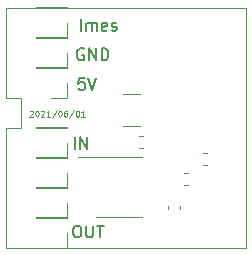
<source format=gbr>
%TF.GenerationSoftware,KiCad,Pcbnew,(5.1.9)-1*%
%TF.CreationDate,2021-06-01T15:36:46+02:00*%
%TF.ProjectId,18_Mesure_Courant,31385f4d-6573-4757-9265-5f436f757261,rev?*%
%TF.SameCoordinates,Original*%
%TF.FileFunction,Legend,Top*%
%TF.FilePolarity,Positive*%
%FSLAX46Y46*%
G04 Gerber Fmt 4.6, Leading zero omitted, Abs format (unit mm)*
G04 Created by KiCad (PCBNEW (5.1.9)-1) date 2021-06-01 15:36:46*
%MOMM*%
%LPD*%
G01*
G04 APERTURE LIST*
%ADD10C,0.150000*%
%TA.AperFunction,Profile*%
%ADD11C,0.050000*%
%TD*%
%ADD12C,0.125000*%
%ADD13C,0.120000*%
G04 APERTURE END LIST*
D10*
X106240000Y-80692380D02*
X106430476Y-80692380D01*
X106525714Y-80740000D01*
X106620952Y-80835238D01*
X106668571Y-81025714D01*
X106668571Y-81359047D01*
X106620952Y-81549523D01*
X106525714Y-81644761D01*
X106430476Y-81692380D01*
X106240000Y-81692380D01*
X106144761Y-81644761D01*
X106049523Y-81549523D01*
X106001904Y-81359047D01*
X106001904Y-81025714D01*
X106049523Y-80835238D01*
X106144761Y-80740000D01*
X106240000Y-80692380D01*
X107097142Y-80692380D02*
X107097142Y-81501904D01*
X107144761Y-81597142D01*
X107192380Y-81644761D01*
X107287619Y-81692380D01*
X107478095Y-81692380D01*
X107573333Y-81644761D01*
X107620952Y-81597142D01*
X107668571Y-81501904D01*
X107668571Y-80692380D01*
X108001904Y-80692380D02*
X108573333Y-80692380D01*
X108287619Y-81692380D02*
X108287619Y-80692380D01*
X106116190Y-74192380D02*
X106116190Y-73192380D01*
X106592380Y-74192380D02*
X106592380Y-73192380D01*
X107163809Y-74192380D01*
X107163809Y-73192380D01*
D11*
X101600000Y-69850000D02*
X100330000Y-69850000D01*
X101600000Y-72390000D02*
X101600000Y-69850000D01*
X100330000Y-72390000D02*
X101600000Y-72390000D01*
D10*
X106640000Y-64192380D02*
X106640000Y-63192380D01*
X107116190Y-64192380D02*
X107116190Y-63525714D01*
X107116190Y-63620952D02*
X107163809Y-63573333D01*
X107259047Y-63525714D01*
X107401904Y-63525714D01*
X107497142Y-63573333D01*
X107544761Y-63668571D01*
X107544761Y-64192380D01*
X107544761Y-63668571D02*
X107592380Y-63573333D01*
X107687619Y-63525714D01*
X107830476Y-63525714D01*
X107925714Y-63573333D01*
X107973333Y-63668571D01*
X107973333Y-64192380D01*
X108830476Y-64144761D02*
X108735238Y-64192380D01*
X108544761Y-64192380D01*
X108449523Y-64144761D01*
X108401904Y-64049523D01*
X108401904Y-63668571D01*
X108449523Y-63573333D01*
X108544761Y-63525714D01*
X108735238Y-63525714D01*
X108830476Y-63573333D01*
X108878095Y-63668571D01*
X108878095Y-63763809D01*
X108401904Y-63859047D01*
X109259047Y-64144761D02*
X109354285Y-64192380D01*
X109544761Y-64192380D01*
X109640000Y-64144761D01*
X109687619Y-64049523D01*
X109687619Y-64001904D01*
X109640000Y-63906666D01*
X109544761Y-63859047D01*
X109401904Y-63859047D01*
X109306666Y-63811428D01*
X109259047Y-63716190D01*
X109259047Y-63668571D01*
X109306666Y-63573333D01*
X109401904Y-63525714D01*
X109544761Y-63525714D01*
X109640000Y-63573333D01*
X106949523Y-68192380D02*
X106473333Y-68192380D01*
X106425714Y-68668571D01*
X106473333Y-68620952D01*
X106568571Y-68573333D01*
X106806666Y-68573333D01*
X106901904Y-68620952D01*
X106949523Y-68668571D01*
X106997142Y-68763809D01*
X106997142Y-69001904D01*
X106949523Y-69097142D01*
X106901904Y-69144761D01*
X106806666Y-69192380D01*
X106568571Y-69192380D01*
X106473333Y-69144761D01*
X106425714Y-69097142D01*
X107282857Y-68192380D02*
X107616190Y-69192380D01*
X107949523Y-68192380D01*
D11*
X100330000Y-82550000D02*
X120650000Y-82550000D01*
X100330000Y-62230000D02*
X101600000Y-62230000D01*
X100330000Y-64770000D02*
X100330000Y-62230000D01*
X100330000Y-69850000D02*
X100330000Y-67310000D01*
D10*
X106878095Y-65740000D02*
X106782857Y-65692380D01*
X106640000Y-65692380D01*
X106497142Y-65740000D01*
X106401904Y-65835238D01*
X106354285Y-65930476D01*
X106306666Y-66120952D01*
X106306666Y-66263809D01*
X106354285Y-66454285D01*
X106401904Y-66549523D01*
X106497142Y-66644761D01*
X106640000Y-66692380D01*
X106735238Y-66692380D01*
X106878095Y-66644761D01*
X106925714Y-66597142D01*
X106925714Y-66263809D01*
X106735238Y-66263809D01*
X107354285Y-66692380D02*
X107354285Y-65692380D01*
X107925714Y-66692380D01*
X107925714Y-65692380D01*
X108401904Y-66692380D02*
X108401904Y-65692380D01*
X108640000Y-65692380D01*
X108782857Y-65740000D01*
X108878095Y-65835238D01*
X108925714Y-65930476D01*
X108973333Y-66120952D01*
X108973333Y-66263809D01*
X108925714Y-66454285D01*
X108878095Y-66549523D01*
X108782857Y-66644761D01*
X108640000Y-66692380D01*
X108401904Y-66692380D01*
D11*
X120650000Y-62230000D02*
X120650000Y-82550000D01*
X101600000Y-62230000D02*
X120650000Y-62230000D01*
X100330000Y-80010000D02*
X100330000Y-82550000D01*
X100330000Y-64770000D02*
X100330000Y-67310000D01*
X100330000Y-80010000D02*
X100330000Y-72390000D01*
D12*
X102306666Y-71013809D02*
X102330476Y-70990000D01*
X102378095Y-70966190D01*
X102497142Y-70966190D01*
X102544761Y-70990000D01*
X102568571Y-71013809D01*
X102592380Y-71061428D01*
X102592380Y-71109047D01*
X102568571Y-71180476D01*
X102282857Y-71466190D01*
X102592380Y-71466190D01*
X102901904Y-70966190D02*
X102949523Y-70966190D01*
X102997142Y-70990000D01*
X103020952Y-71013809D01*
X103044761Y-71061428D01*
X103068571Y-71156666D01*
X103068571Y-71275714D01*
X103044761Y-71370952D01*
X103020952Y-71418571D01*
X102997142Y-71442380D01*
X102949523Y-71466190D01*
X102901904Y-71466190D01*
X102854285Y-71442380D01*
X102830476Y-71418571D01*
X102806666Y-71370952D01*
X102782857Y-71275714D01*
X102782857Y-71156666D01*
X102806666Y-71061428D01*
X102830476Y-71013809D01*
X102854285Y-70990000D01*
X102901904Y-70966190D01*
X103259047Y-71013809D02*
X103282857Y-70990000D01*
X103330476Y-70966190D01*
X103449523Y-70966190D01*
X103497142Y-70990000D01*
X103520952Y-71013809D01*
X103544761Y-71061428D01*
X103544761Y-71109047D01*
X103520952Y-71180476D01*
X103235238Y-71466190D01*
X103544761Y-71466190D01*
X104020952Y-71466190D02*
X103735238Y-71466190D01*
X103878095Y-71466190D02*
X103878095Y-70966190D01*
X103830476Y-71037619D01*
X103782857Y-71085238D01*
X103735238Y-71109047D01*
X104592380Y-70942380D02*
X104163809Y-71585238D01*
X104854285Y-70966190D02*
X104901904Y-70966190D01*
X104949523Y-70990000D01*
X104973333Y-71013809D01*
X104997142Y-71061428D01*
X105020952Y-71156666D01*
X105020952Y-71275714D01*
X104997142Y-71370952D01*
X104973333Y-71418571D01*
X104949523Y-71442380D01*
X104901904Y-71466190D01*
X104854285Y-71466190D01*
X104806666Y-71442380D01*
X104782857Y-71418571D01*
X104759047Y-71370952D01*
X104735238Y-71275714D01*
X104735238Y-71156666D01*
X104759047Y-71061428D01*
X104782857Y-71013809D01*
X104806666Y-70990000D01*
X104854285Y-70966190D01*
X105449523Y-70966190D02*
X105354285Y-70966190D01*
X105306666Y-70990000D01*
X105282857Y-71013809D01*
X105235238Y-71085238D01*
X105211428Y-71180476D01*
X105211428Y-71370952D01*
X105235238Y-71418571D01*
X105259047Y-71442380D01*
X105306666Y-71466190D01*
X105401904Y-71466190D01*
X105449523Y-71442380D01*
X105473333Y-71418571D01*
X105497142Y-71370952D01*
X105497142Y-71251904D01*
X105473333Y-71204285D01*
X105449523Y-71180476D01*
X105401904Y-71156666D01*
X105306666Y-71156666D01*
X105259047Y-71180476D01*
X105235238Y-71204285D01*
X105211428Y-71251904D01*
X106068571Y-70942380D02*
X105640000Y-71585238D01*
X106330476Y-70966190D02*
X106378095Y-70966190D01*
X106425714Y-70990000D01*
X106449523Y-71013809D01*
X106473333Y-71061428D01*
X106497142Y-71156666D01*
X106497142Y-71275714D01*
X106473333Y-71370952D01*
X106449523Y-71418571D01*
X106425714Y-71442380D01*
X106378095Y-71466190D01*
X106330476Y-71466190D01*
X106282857Y-71442380D01*
X106259047Y-71418571D01*
X106235238Y-71370952D01*
X106211428Y-71275714D01*
X106211428Y-71156666D01*
X106235238Y-71061428D01*
X106259047Y-71013809D01*
X106282857Y-70990000D01*
X106330476Y-70966190D01*
X106973333Y-71466190D02*
X106687619Y-71466190D01*
X106830476Y-71466190D02*
X106830476Y-70966190D01*
X106782857Y-71037619D01*
X106735238Y-71085238D01*
X106687619Y-71109047D01*
D13*
%TO.C,J2*%
X105470000Y-64710000D02*
X102810000Y-64710000D01*
X105470000Y-64770000D02*
X105470000Y-64710000D01*
X102810000Y-64770000D02*
X102810000Y-64710000D01*
X105470000Y-64770000D02*
X102810000Y-64770000D01*
X105470000Y-66040000D02*
X105470000Y-67370000D01*
X105470000Y-67370000D02*
X104140000Y-67370000D01*
%TO.C,J3*%
X105470000Y-67250000D02*
X102810000Y-67250000D01*
X105470000Y-67310000D02*
X105470000Y-67250000D01*
X102810000Y-67310000D02*
X102810000Y-67250000D01*
X105470000Y-67310000D02*
X102810000Y-67310000D01*
X105470000Y-68580000D02*
X105470000Y-69910000D01*
X105470000Y-69910000D02*
X104140000Y-69910000D01*
%TO.C,J1*%
X105470000Y-62170000D02*
X102810000Y-62170000D01*
X105470000Y-62230000D02*
X105470000Y-62170000D01*
X102810000Y-62230000D02*
X102810000Y-62170000D01*
X105470000Y-62230000D02*
X102810000Y-62230000D01*
X105470000Y-63500000D02*
X105470000Y-64830000D01*
X105470000Y-64830000D02*
X104140000Y-64830000D01*
%TO.C,R1*%
X115368733Y-76230000D02*
X115711267Y-76230000D01*
X115368733Y-77250000D02*
X115711267Y-77250000D01*
%TO.C,J6*%
X105470000Y-77410000D02*
X102810000Y-77410000D01*
X105470000Y-77470000D02*
X105470000Y-77410000D01*
X102810000Y-77470000D02*
X102810000Y-77410000D01*
X105470000Y-77470000D02*
X102810000Y-77470000D01*
X105470000Y-78740000D02*
X105470000Y-80070000D01*
X105470000Y-80070000D02*
X104140000Y-80070000D01*
%TO.C,C1*%
X111880580Y-74150000D02*
X111599420Y-74150000D01*
X111880580Y-73130000D02*
X111599420Y-73130000D01*
%TO.C,J7*%
X105470000Y-79950000D02*
X102810000Y-79950000D01*
X105470000Y-80010000D02*
X105470000Y-79950000D01*
X102810000Y-80010000D02*
X102810000Y-79950000D01*
X105470000Y-80010000D02*
X102810000Y-80010000D01*
X105470000Y-81280000D02*
X105470000Y-82610000D01*
X105470000Y-82610000D02*
X104140000Y-82610000D01*
%TO.C,J4*%
X105470000Y-72330000D02*
X102810000Y-72330000D01*
X105470000Y-72390000D02*
X105470000Y-72330000D01*
X102810000Y-72390000D02*
X102810000Y-72330000D01*
X105470000Y-72390000D02*
X102810000Y-72390000D01*
X105470000Y-73660000D02*
X105470000Y-74990000D01*
X105470000Y-74990000D02*
X104140000Y-74990000D01*
%TO.C,J5*%
X105470000Y-74870000D02*
X102810000Y-74870000D01*
X105470000Y-74930000D02*
X105470000Y-74870000D01*
X102810000Y-74930000D02*
X102810000Y-74870000D01*
X105470000Y-74930000D02*
X102810000Y-74930000D01*
X105470000Y-76200000D02*
X105470000Y-77530000D01*
X105470000Y-77530000D02*
X104140000Y-77530000D01*
%TO.C,C2*%
X111651252Y-72300000D02*
X110228748Y-72300000D01*
X111651252Y-69580000D02*
X110228748Y-69580000D01*
%TO.C,C3*%
X116999420Y-74530000D02*
X117280580Y-74530000D01*
X116999420Y-75550000D02*
X117280580Y-75550000D01*
%TO.C,C4*%
X115050000Y-78999420D02*
X115050000Y-79280580D01*
X114030000Y-78999420D02*
X114030000Y-79280580D01*
%TO.C,U1*%
X109840000Y-80000000D02*
X111790000Y-80000000D01*
X109840000Y-80000000D02*
X107890000Y-80000000D01*
X109840000Y-74880000D02*
X111790000Y-74880000D01*
X109840000Y-74880000D02*
X106390000Y-74880000D01*
%TD*%
M02*

</source>
